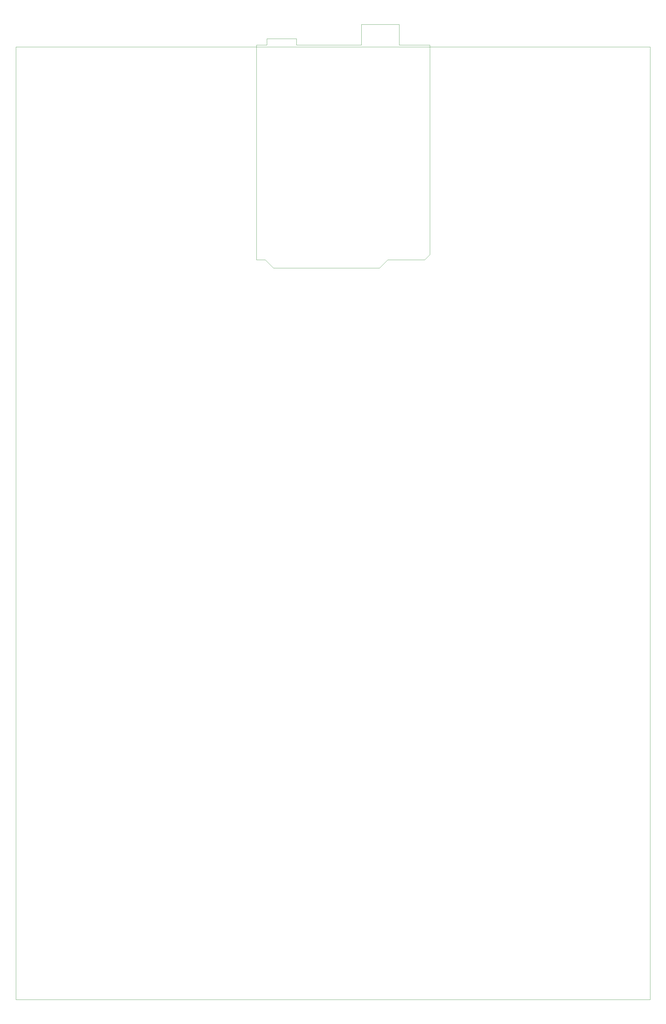
<source format=gbr>
%TF.GenerationSoftware,KiCad,Pcbnew,(5.1.7-0-10_14)*%
%TF.CreationDate,2020-11-07T14:29:28-03:00*%
%TF.ProjectId,MIDI2_out,4d494449-325f-46f7-9574-2e6b69636164,rev?*%
%TF.SameCoordinates,Original*%
%TF.FileFunction,Legend,Bot*%
%TF.FilePolarity,Positive*%
%FSLAX46Y46*%
G04 Gerber Fmt 4.6, Leading zero omitted, Abs format (unit mm)*
G04 Created by KiCad (PCBNEW (5.1.7-0-10_14)) date 2020-11-07 14:29:28*
%MOMM*%
%LPD*%
G01*
G04 APERTURE LIST*
%TA.AperFunction,Profile*%
%ADD10C,0.050000*%
%TD*%
%ADD11C,0.120000*%
G04 APERTURE END LIST*
D10*
X0Y0D02*
X0Y-294000000D01*
X196000000Y0D02*
X0Y0D01*
X196000000Y-294000000D02*
X196000000Y0D01*
X0Y-294000000D02*
X196000000Y-294000000D01*
D11*
%TO.C,A1*%
X112310000Y-68210000D02*
X79540000Y-68210000D01*
X79540000Y-68210000D02*
X77000000Y-65670000D01*
X77000000Y-65670000D02*
X74330000Y-65670000D01*
X74330000Y-65670000D02*
X74330000Y630000D01*
X74330000Y630000D02*
X77510000Y630000D01*
X77510000Y630000D02*
X77510000Y2530000D01*
X77510000Y2530000D02*
X86650000Y2530000D01*
X86650000Y2530000D02*
X86650000Y630000D01*
X86650000Y630000D02*
X106720000Y630000D01*
X106720000Y630000D02*
X106720000Y6980000D01*
X106720000Y6980000D02*
X118400000Y6980000D01*
X118400000Y6980000D02*
X118400000Y630000D01*
X118400000Y630000D02*
X127930000Y630000D01*
X127930000Y630000D02*
X127930000Y-64020000D01*
X127930000Y-64020000D02*
X126280000Y-65670000D01*
X126280000Y-65670000D02*
X114850000Y-65670000D01*
X114850000Y-65670000D02*
X112310000Y-68210000D01*
%TD*%
M02*

</source>
